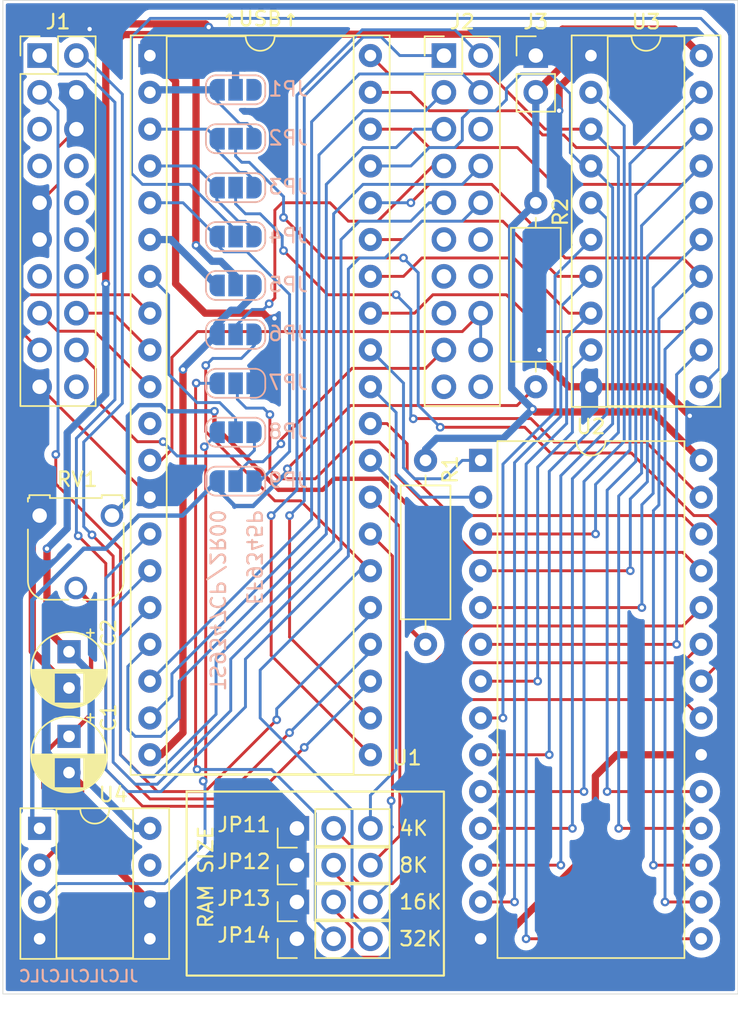
<source format=kicad_pcb>
(kicad_pcb (version 20240108) (generator "pcbnew") (generator_version "8.0")
  (layers (0 "F.Cu" signal) (31 "B.Cu" signal) (34 "B.Paste" user) (35 "F.Paste" user) (36 "B.SilkS" user "B.Silkscreen") (37 "F.SilkS" user "F.Silkscreen") (38 "B.Mask" user) (39 "F.Mask" user) (44 "Edge.Cuts" user))
  (net 0 "")
  (net 1 "/~{OE}|GNDY")
  (net 2 "/~{OE}")
  (net 3 "/~{WE}|~{OE}")
  (net 4 "/~{WE}")
  (net 5 "/~{ASM}|~{WE}")
  (net 6 "/~{ASM}")
  (net 7 "/HVS|~{ASM}")
  (net 8 "/EXT_HVS")
  (net 9 "/PC|+5V")
  (net 10 "Net-(U4A--)")
  (net 12 "/EXT_SIG3")
  (net 13 "/B|Y")
  (net 14 "/+5V|~{CS}")
  (net 15 "/~{CS}|AM14")
  (net 16 "GND")
  (net 17 "/EXT_SIG0")
  (net 18 "/EXT_SIG1")
  (net 19 "Net-(JP14-C)")
  (net 20 "+5V")
  (net 21 "Net-(JP8-B)")
  (net 22 "/VRAM_AM10")
  (net 24 "/VRAM_AM11")
  (net 25 "/EXT_CLK")
  (net 26 "Net-(JP11-B)")
  (net 27 "Net-(JP12-B)")
  (net 28 "/VRAM_AM12")
  (net 29 "Net-(JP13-B)")
  (net 30 "/VRAM_AM13")
  (net 31 "/EXT_SIG2")
  (net 32 "/VRAM_AM14")
  (net 33 "/VRAM_ADM2")
  (net 34 "/VRAM_ADM0")
  (net 35 "/VRAM_ADM4")
  (net 36 "/VRAM_ADM6")
  (net 37 "/VRAM_ADM5")
  (net 38 "/VRAM_AM9")
  (net 39 "/VRAM_AM8")
  (net 40 "/VRAM_ADM3")
  (net 41 "/VRAM_ADM1")
  (net 42 "/VRAM_ADM7")
  (net 43 "Net-(JP9-B)")
  (net 44 "Net-(R1-Pad2)")
  (net 46 "/EXT_~{CS}")
  (net 47 "/EXT_AD0")
  (net 48 "/EXT_AS")
  (net 49 "/EXT_AD1")
  (net 50 "/EXT_DS")
  (net 51 "/EXT_AD3")
  (net 52 "/EXT_AD4")
  (net 53 "/EXT_AD6")
  (net 54 "/EXT_AD7")
  (net 55 "/EXT_AD5")
  (net 56 "/EXT_AD2")
  (net 57 "/EXT_R~{W}")
  (net 74 "Net-(U2-A4)")
  (net 75 "Net-(U2-A3)")
  (net 76 "Net-(U2-A5)")
  (net 77 "Net-(U2-A6)")
  (net 78 "Net-(U2-A7)")
  (net 79 "Net-(U2-A0)")
  (net 80 "Net-(U2-A2)")
  (net 81 "Net-(U2-A1)")
  (footprint "Package_DIP:DIP-20_W7.62mm_Socket" (layer "F.Cu") (at 106.68 76.2)
    (property "Reference" "U3")
    (property "Value" "74LS373")
  )
  (footprint "Connector_PinHeader_2.54mm:PinHeader_2x10_P2.54mm_Vertical" (layer "F.Cu") (at 68.58 76.2)
    (property "Reference" "J1")
    (property "Value" "FX2-LEFT")
  )
  (footprint "Package_DIP:DIP-28_W15.24mm" (layer "F.Cu") (at 99.06 104.14)
    (property "Reference" "U2")
    (property "Value" "AS6C62256-55PCN")
  )
  (footprint "Package_DIP:DIP-40_W15.24mm_Socket" (layer "F.Cu") (at 76.2 76.2)
    (property "Reference" "U1")
    (property "Value" "EF9345P|TS9347CP/2R00")
  )
  (footprint "Connector_PinHeader_2.54mm:PinHeader_2x10_P2.54mm_Vertical" (layer "F.Cu") (at 96.52 76.2)
    (property "Reference" "J2")
    (property "Value" "FX2-RIGHT")
  )
  (footprint "Connector_PinHeader_2.54mm:PinHeader_1x03_P2.54mm_Vertical" (layer "F.Cu") (at 86.36 134.62 90)
    (property "Reference" "JP13")
    (property "Value" "Jumper_3_Open")
  )
  (footprint "Capacitor_THT:CP_Radial_D5.0mm_P2.50mm" (layer "F.Cu") (at 70.612 123.19 -90)
    (property "Reference" "C1")
    (property "Value" "10uF")
  )
  (footprint "Connector_PinHeader_2.54mm:PinHeader_1x03_P2.54mm_Vertical" (layer "F.Cu") (at 86.36 132.08 90)
    (property "Reference" "JP12")
    (property "Value" "Jumper_3_Open")
  )
  (footprint "Capacitor_THT:CP_Radial_D5.0mm_P2.50mm" (layer "F.Cu") (at 70.612 117.348 -90)
    (property "Reference" "C2")
    (property "Value" "10uF")
  )
  (footprint "Package_DIP:DIP-8_W7.62mm_Socket" (layer "F.Cu") (at 68.58 129.54)
    (property "Reference" "U4")
    (property "Value" "LM393")
  )
  (footprint "Connector_PinHeader_2.54mm:PinHeader_1x03_P2.54mm_Vertical" (layer "F.Cu") (at 86.36 129.54 90)
    (property "Reference" "JP11")
    (property "Value" "Jumper_3_Open")
  )
  (footprint "Connector_PinHeader_2.54mm:PinHeader_1x03_P2.54mm_Vertical" (layer "F.Cu") (at 86.36 137.16 90)
    (property "Reference" "JP14")
    (property "Value" "Jumper_3_Open")
  )
  (footprint "Resistor_THT:R_Axial_DIN0309_L9.0mm_D3.2mm_P12.70mm_Horizontal" (layer "F.Cu") (at 95.25 104.14 -90)
    (property "Reference" "R1")
    (property "Value" "220K")
  )
  (footprint "Resistor_THT:R_Axial_DIN0309_L9.0mm_D3.2mm_P12.70mm_Horizontal" (layer "F.Cu") (at 102.87 86.36 -90)
    (property "Reference" "R2")
    (property "Value" "4K7")
  )
  (footprint "Potentiometer_THT:Potentiometer_Runtron_RM-065_Vertical" (layer "F.Cu") (at 68.58 107.95)
    (property "Reference" "RV1")
    (property "Value" "200K trimmer")
  )
  (footprint "Connector_PinHeader_2.54mm:PinHeader_1x02_P2.54mm_Vertical" (layer "F.Cu") (at 102.87 76.2)
    (property "Reference" "J3")
    (property "Value" "POWER")
  )
  (footprint "ProjectFootprints:SelectorJumper" (layer "B.Cu") (at 82.123 95.444525 180)
    (property "Reference" "JP6")
    (property "Value" "SolderJumper_3_Open")
  )
  (footprint "ProjectFootprints:SelectorJumper" (layer "B.Cu") (at 82.123 85.31561 180)
    (property "Reference" "JP3")
    (property "Value" "SolderJumper_3_Open")
  )
  (footprint "ProjectFootprints:SelectorJumper" (layer "B.Cu") (at 82.123 102.197135 180)
    (property "Reference" "JP8")
    (property "Value" "SolderJumper_3_Open")
  )
  (footprint "ProjectFootprints:SelectorJumper" (layer "B.Cu") (at 82.123 81.939305 180)
    (property "Reference" "JP2")
    (property "Value" "SolderJumper_3_Open")
  )
  (footprint "ProjectFootprints:SelectorJumper" (layer "B.Cu") (at 82.123 98.82083 180)
    (property "Reference" "JP7")
    (property "Value" "SolderJumper_3_Open")
  )
  (footprint "ProjectFootprints:SelectorJumper" (layer "B.Cu") (at 82.123 92.06822 180)
    (property "Reference" "JP5")
    (property "Value" "SolderJumper_3_Open")
  )
  (footprint "ProjectFootprints:SelectorJumper" (layer "B.Cu") (at 82.123 105.57344 180)
    (property "Reference" "JP9")
    (property "Value" "SolderJumper_3_Open")
  )
  (footprint "ProjectFootprints:SelectorJumper" (layer "B.Cu") (at 82.123 88.691915 180)
    (property "Reference" "JP4")
    (property "Value" "SolderJumper_3_Open")
  )
  (footprint "ProjectFootprints:SelectorJumper" (layer "B.Cu") (at 82.123 78.563 180)
    (property "Reference" "JP1")
    (property "Value" "SolderJumper_3_Open")
  )
  (gr_rect (start 78.74 127) (end 96.52 139.7) (stroke (width 0.15)) (fill none) (layer "F.SilkS"))
  (gr_rect (start 66.04 72.39) (end 116.84 140.97) (stroke (width 0.05)) (fill none) (layer "Edge.Cuts"))
  (gr_text "TS9347CP/2R00" (at 80.264 107.442 270) (layer "B.SilkS") (effects (font (size 1 1) (thickness 0.153)) (justify right bottom mirror)))
  (gr_text "EF9345P" (at 82.804 107.442 270) (layer "B.SilkS") (effects (font (size 1 1) (thickness 0.153)) (justify right bottom mirror)))
  (gr_text "JLCJLCJLCJLC" (at 67.056 140.208 -0) (layer "B.SilkS") (effects (font (size 0.8 0.8) (thickness 0.153)) (justify right bottom mirror)))
  (gr_text "↑USB↑" (at 83.82 73.66 0) (layer "F.SilkS") (effects (font (size 1 1) (thickness 0.153))))
  (gr_text "32K" (at 93.345 137.16 0) (layer "F.SilkS") (effects (font (size 1 1) (thickness 0.153)) (justify left)))
  (gr_text "16K" (at 93.345 134.62 0) (layer "F.SilkS") (effects (font (size 1 1) (thickness 0.153)) (justify left)))
  (gr_text "8K" (at 93.345 132.08 0) (layer "F.SilkS") (effects (font (size 1 1) (thickness 0.153)) (justify left)))
  (gr_text "RAM SIZE" (at 80.645 136.525 90) (layer "F.SilkS") (effects (font (size 1 1) (thickness 0.153)) (justify left bottom)))
  (gr_text "4K" (at 93.345 129.54 0) (layer "F.SilkS") (effects (font (size 1 1) (thickness 0.153)) (justify left)))
  (segment (start 82.923 80.889305) (end 83.423 81.389305) (width 0.2) (layer "B.Cu") (net 1))
  (segment (start 83.423 81.389305) (end 83.423 81.939305) (width 0.2) (layer "B.Cu") (net 1))
  (segment (start 80.823 79.318) (end 82.394305 80.889305) (width 0.2) (layer "B.Cu") (net 1))
  (segment (start 80.823 78.563) (end 80.823 79.318) (width 0.2) (layer "B.Cu") (net 1))
  (segment (start 80.823 78.563) (end 76.377 78.563) (width 0.5) (layer "B.Cu") (net 1))
  (segment (start 76.377 78.563) (end 76.2 78.74) (width 0.5) (layer "B.Cu") (net 1))
  (segment (start 83.423 81.5942) (end 83.423 81.939305) (width 0.15) (layer "B.Cu") (net 1))
  (segment (start 82.394305 80.889305) (end 82.923 80.889305) (width 0.2) (layer "B.Cu") (net 1))
  (segment (start 109.474 103.632) (end 113.792 107.95) (width 0.2) (layer "F.Cu") (net 2))
  (segment (start 115.57 108.712) (end 115.57 118.11) (width 0.2) (layer "F.Cu") (net 2))
  (segment (start 85.436 87.376) (end 88.23 90.17) (width 0.2) (layer "F.Cu") (net 2))
  (segment (start 96.266 101.854) (end 102.108 101.854) (width 0.2) (layer "F.Cu") (net 2))
  (segment (start 88.23 90.17) (end 93.726 90.17) (width 0.2) (layer "F.Cu") (net 2))
  (segment (start 102.108 101.854) (end 103.886 103.632) (width 0.2) (layer "F.Cu") (net 2))
  (segment (start 114.808 107.95) (end 115.57 108.712) (width 0.2) (layer "F.Cu") (net 2))
  (segment (start 103.886 103.632) (end 109.474 103.632) (width 0.2) (layer "F.Cu") (net 2))
  (segment (start 113.792 107.95) (end 114.808 107.95) (width 0.2) (layer "F.Cu") (net 2))
  (segment (start 115.57 118.11) (end 114.3 119.38) (width 0.2) (layer "F.Cu") (net 2))
  (via (at 93.726 90.17) (size 0.6) (drill 0.3) (layers "F.Cu" "B.Cu") (net 2))
  (via (at 85.436 87.376) (size 0.6) (drill 0.3) (layers "F.Cu" "B.Cu") (net 2))
  (via (at 96.266 101.854) (size 0.6) (drill 0.3) (layers "F.Cu" "B.Cu") (net 2))
  (segment (start 85.436 85.934733) (end 85.436 87.376) (width 0.2) (layer "B.Cu") (net 2))
  (segment (start 82.123 81.939305) (end 82.123 83.139) (width 0.2) (layer "B.Cu") (net 2))
  (segment (start 82.55 83.566) (end 83.067267 83.566) (width 0.2) (layer "B.Cu") (net 2))
  (segment (start 96.266 101.854) (end 94.742 100.33) (width 0.2) (layer "B.Cu") (net 2))
  (segment (start 83.067267 83.566) (end 85.436 85.934733) (width 0.2) (layer "B.Cu") (net 2))
  (segment (start 94.742 100.33) (end 94.742 91.186) (width 0.2) (layer "B.Cu") (net 2))
  (segment (start 82.123 83.139) (end 82.55 83.566) (width 0.2) (layer "B.Cu") (net 2))
  (segment (start 94.742 91.186) (end 93.726 90.17) (width 0.2) (layer "B.Cu") (net 2))
  (segment (start 82.394305 84.26561) (end 82.84321 84.26561) (width 0.2) (layer "B.Cu") (net 3))
  (segment (start 80.823 81.939305) (end 80.823 82.694305) (width 0.2) (layer "B.Cu") (net 3))
  (segment (start 80.823 81.939305) (end 80.163695 81.28) (width 0.2) (layer "B.Cu") (net 3))
  (segment (start 83.423 84.8454) (end 83.423 85.31561) (width 0.2) (layer "B.Cu") (net 3))
  (segment (start 80.823 82.694305) (end 82.394305 84.26561) (width 0.2) (layer "B.Cu") (net 3))
  (segment (start 80.163695 81.28) (end 76.2 81.28) (width 0.2) (layer "B.Cu") (net 3))
  (segment (start 82.84321 84.26561) (end 83.423 84.8454) (width 0.2) (layer "B.Cu") (net 3))
  (segment (start 94.4022 101.2698) (end 94.418 101.254) (width 0.2) (layer "F.Cu") (net 4))
  (segment (start 93.218 92.71) (end 88.484 92.71) (width 0.2) (layer "F.Cu") (net 4))
  (segment (start 104.14 102.87) (end 110.49 102.87) (width 0.2) (layer "F.Cu") (net 4))
  (segment (start 110.49 102.87) (end 114.3 106.68) (width 0.2) (layer "F.Cu") (net 4))
  (segment (start 88.484 92.71) (end 85.436 89.662) (width 0.2) (layer "F.Cu") (net 4))
  (segment (start 94.418 101.254) (end 102.524 101.254) (width 0.2) (layer "F.Cu") (net 4))
  (segment (start 102.524 101.254) (end 104.14 102.87) (width 0.2) (layer "F.Cu") (net 4))
  (via (at 94.4022 101.2698) (size 0.6) (drill 0.3) (layers "F.Cu" "B.Cu") (net 4))
  (via (at 85.436 89.662) (size 0.6) (drill 0.3) (layers "F.Cu" "B.Cu") (net 4))
  (via (at 93.218 92.71) (size 0.6) (drill 0.3) (layers "F.Cu" "B.Cu") (net 4))
  (segment (start 85.344 88.646) (end 85.344 89.57) (width 0.2) (layer "B.Cu") (net 4))
  (segment (start 94.4022 101.2698) (end 94.234 101.1016) (width 0.2) (layer "B.Cu") (net 4))
  (segment (start 94.234 93.726) (end 93.218 92.71) (width 0.2) (layer "B.Cu") (net 4))
  (segment (start 82.123 86.441) (end 82.804 87.122) (width 0.2) (layer "B.Cu") (net 4))
  (segment (start 83.82 87.122) (end 85.344 88.646) (width 0.2) (layer "B.Cu") (net 4))
  (segment (start 85.344 89.57) (end 85.436 89.662) (width 0.2) (layer "B.Cu") (net 4))
  (segment (start 94.234 101.1016) (end 94.234 93.726) (width 0.2) (layer "B.Cu") (net 4))
  (segment (start 82.804 87.122) (end 83.82 87.122) (width 0.2) (layer "B.Cu") (net 4))
  (segment (start 82.123 85.31561) (end 82.123 86.441) (width 0.2) (layer "B.Cu") (net 4))
  (segment (start 80.823 85.31561) (end 79.32739 83.82) (width 0.2) (layer "B.Cu") (net 5))
  (segment (start 79.32739 83.82) (end 76.2 83.82) (width 0.2) (layer "B.Cu") (net 5))
  (segment (start 80.823 85.31561) (end 80.823 86.157) (width 0.2) (layer "B.Cu") (net 5))
  (segment (start 83.423 88.260915) (end 83.423 88.691915) (width 0.2) (layer "B.Cu") (net 5))
  (segment (start 82.307915 87.641915) (end 82.804 87.641915) (width 0.2) (layer "B.Cu") (net 5))
  (segment (start 82.804 87.641915) (end 83.423 88.260915) (width 0.2) (layer "B.Cu") (net 5))
  (segment (start 80.823 86.157) (end 82.307915 87.641915) (width 0.2) (layer "B.Cu") (net 5))
  (segment (start 74.93 74.93) (end 76.2254 73.6346) (width 0.2) (layer "B.Cu") (net 6))
  (segment (start 115.57 74.93) (end 115.57 97.79) (width 0.2) (layer "B.Cu") (net 6))
  (segment (start 115.57 97.79) (end 114.3 99.06) (width 0.2) (layer "B.Cu") (net 6))
  (segment (start 76.2254 73.6346) (end 114.2746 73.6346) (width 0.2) (layer "B.Cu") (net 6))
  (segment (start 82.123 88.691915) (end 82.123 88.260579) (width 0.2) (layer "B.Cu") (net 6))
  (segment (start 75.692 85.09) (end 74.93 84.328) (width 0.2) (layer "B.Cu") (net 6))
  (segment (start 82.123 88.260579) (end 78.952421 85.09) (width 0.2) (layer "B.Cu") (net 6))
  (segment (start 114.2746 73.6346) (end 115.57 74.93) (width 0.2) (layer "B.Cu") (net 6))
  (segment (start 78.952421 85.09) (end 75.692 85.09) (width 0.2) (layer "B.Cu") (net 6))
  (segment (start 74.93 84.328) (end 74.93 74.93) (width 0.2) (layer "B.Cu") (net 6))
  (segment (start 80.823 89.241915) (end 80.823 88.691915) (width 0.2) (layer "B.Cu") (net 7))
  (segment (start 81.328 89.746915) (end 80.823 89.241915) (width 0.2) (layer "B.Cu") (net 7))
  (segment (start 85.852 103.5304) (end 85.852 92.6846) (width 0.2) (layer "B.Cu") (net 7))
  (segment (start 80.823 88.691915) (end 78.491085 86.36) (width 0.2) (layer "B.Cu") (net 7))
  (segment (start 78.491085 86.36) (end 76.2 86.36) (width 0.2) (layer "B.Cu") (net 7))
  (segment (start 85.852 92.6846) (end 82.914315 89.746915) (width 0.2) (layer "B.Cu") (net 7))
  (segment (start 82.914315 89.746915) (end 81.328 89.746915) (width 0.2) (layer "B.Cu") (net 7))
  (segment (start 83.423 105.57344) (end 83.80896 105.57344) (width 0.2) (layer "B.Cu") (net 7))
  (segment (start 83.80896 105.57344) (end 85.852 103.5304) (width 0.2) (layer "B.Cu") (net 7))
  (segment (start 90.17 97.79) (end 95.25 97.79) (width 0.2) (layer "F.Cu") (net 8))
  (segment (start 85.252 102.708) (end 90.17 97.79) (width 0.2) (layer "F.Cu") (net 8))
  (segment (start 95.25 97.79) (end 96.52 96.52) (width 0.2) (layer "F.Cu") (net 8))
  (segment (start 85.252 102.997) (end 85.252 102.708) (width 0.2) (layer "F.Cu") (net 8))
  (via (at 85.252 102.997) (size 0.6) (drill 0.3) (layers "F.Cu" "B.Cu") (net 8))
  (segment (start 82.123 105.142104) (end 82.123 105.57344) (width 0.2) (layer "B.Cu") (net 8))
  (segment (start 85.252 102.997) (end 84.0138 104.2352) (width 0.2) (layer "B.Cu") (net 8))
  (segment (start 84.0138 104.2352) (end 83.029904 104.2352) (width 0.2) (layer "B.Cu") (net 8))
  (segment (start 83.029904 104.2352) (end 82.123 105.142104) (width 0.2) (layer "B.Cu") (net 8))
  (segment (start 80.823 92.06822) (end 77.65478 88.9) (width 0.5) (layer "B.Cu") (net 9))
  (segment (start 77.65478 88.9) (end 76.2 88.9) (width 0.5) (layer "B.Cu") (net 9))
  (segment (start 68.834 126.746) (end 68.834 124.46) (width 0.3) (layer "F.Cu") (net 10))
  (segment (start 70.104 123.19) (end 70.612 123.19) (width 0.3) (layer "F.Cu") (net 10))
  (segment (start 68.58 132.08) (end 70.104 130.556) (width 0.3) (layer "F.Cu") (net 10))
  (segment (start 72.136 114.006) (end 71.08 112.95) (width 0.3) (layer "F.Cu") (net 10))
  (segment (start 70.104 130.556) (end 70.104 128.016) (width 0.3) (layer "F.Cu") (net 10))
  (segment (start 70.104 128.016) (end 68.834 126.746) (width 0.3) (layer "F.Cu") (net 10))
  (segment (start 68.834 124.46) (end 70.104 123.19) (width 0.3) (layer "F.Cu") (net 10))
  (segment (start 72.136 121.666) (end 72.136 114.006) (width 0.3) (layer "F.Cu") (net 10))
  (segment (start 70.612 123.19) (end 72.136 121.666) (width 0.3) (layer "F.Cu") (net 10))
  (segment (start 72.4408 97.8408) (end 71.12 96.52) (width 0.2) (layer "F.Cu") (net 12))
  (segment (start 72.4408 99.949) (end 72.4408 97.8408) (width 0.2) (layer "F.Cu") (net 12))
  (segment (start 77.1144 102.852135) (end 75.343935 102.852135) (width 0.2) (layer "F.Cu") (net 12))
  (segment (start 75.343935 102.852135) (end 72.4408 99.949) (width 0.2) (layer "F.Cu") (net 12))
  (via (at 77.1144 102.852135) (size 0.6) (drill 0.3) (layers "F.Cu" "B.Cu") (net 12))
  (segment (start 83.0326 103.8352) (end 83.423 103.4448) (width 0.2) (layer "B.Cu") (net 12))
  (segment (start 77.1144 102.852135) (end 77.1144 102.87) (width 0.2) (layer "B.Cu") (net 12))
  (segment (start 78.0796 103.8352) (end 83.0326 103.8352) (width 0.2) (layer "B.Cu") (net 12))
  (segment (start 77.1144 102.87) (end 78.0796 103.8352) (width 0.2) (layer "B.Cu") (net 12))
  (segment (start 83.423 103.4448) (end 83.423 102.197135) (width 0.2) (layer "B.Cu") (net 12))
  (segment (start 81.028065 100.1522) (end 82.123 101.247135) (width 0.2) (layer "B.Cu") (net 13))
  (segment (start 79.4512 100.1522) (end 81.028065 100.1522) (width 0.2) (layer "B.Cu") (net 13))
  (segment (start 82.123 101.247135) (end 82.123 102.197135) (width 0.2) (layer "B.Cu") (net 13))
  (segment (start 77.4954 92.7354) (end 77.4954 98.1964) (width 0.2) (layer "B.Cu") (net 13))
  (segment (start 77.4954 98.1964) (end 79.4512 100.1522) (width 0.2) (layer "B.Cu") (net 13))
  (segment (start 76.2 91.44) (end 77.4954 92.7354) (width 0.2) (layer "B.Cu") (net 13))
  (segment (start 76.962 124.46) (end 76.2 124.46) (width 0.5) (layer "F.Cu") (net 14))
  (segment (start 78.486 122.936) (end 76.962 124.46) (width 0.5) (layer "F.Cu") (net 14))
  (segment (start 78.486 97.8662) (end 78.486 122.936) (width 0.5) (layer "F.Cu") (net 14))
  (via (at 78.486 97.8662) (size 0.6) (drill 0.3) (layers "F.Cu" "B.Cu") (net 14))
  (segment (start 78.486 97.781525) (end 80.823 95.444525) (width 0.5) (layer "B.Cu") (net 14))
  (segment (start 80.823 95.444525) (end 80.823 94.7672) (width 0.5) (layer "B.Cu") (net 14))
  (segment (start 78.486 97.8662) (end 78.486 97.781525) (width 0.5) (layer "B.Cu") (net 14))
  (segment (start 82.3214 93.7768) (end 83.423 92.6752) (width 0.5) (layer "B.Cu") (net 14))
  (segment (start 80.823 94.7672) (end 81.8134 93.7768) (width 0.5) (layer "B.Cu") (net 14))
  (segment (start 81.8134 93.7768) (end 82.3214 93.7768) (width 0.5) (layer "B.Cu") (net 14))
  (segment (start 83.423 92.6752) (end 83.423 92.06822) (width 0.5) (layer "B.Cu") (net 14))
  (segment (start 84.836 106.934) (end 86.614 106.934) (width 0.2) (layer "F.Cu") (net 15))
  (segment (start 80.0608 97.5868) (end 80.0608 102.1588) (width 0.2) (layer "F.Cu") (net 15))
  (segment (start 86.614 106.934) (end 91.44 111.76) (width 0.2) (layer "F.Cu") (net 15))
  (segment (start 80.0608 102.1588) (end 84.836 106.934) (width 0.2) (layer "F.Cu") (net 15))
  (via (at 80.0608 97.5868) (size 0.6) (drill 0.3) (layers "F.Cu" "B.Cu") (net 15))
  (segment (start 83.423 95.444525) (end 83.836725 95.444525) (width 0.2) (layer "B.Cu") (net 15))
  (segment (start 80.0608 97.5868) (end 80.5434 97.1042) (width 0.2) (layer "B.Cu") (net 15))
  (segment (start 80.5434 97.1042) (end 82.518325 97.1042) (width 0.2) (layer "B.Cu") (net 15))
  (segment (start 82.518325 97.1042) (end 83.423 96.199525) (width 0.2) (layer "B.Cu") (net 15))
  (segment (start 83.82 121.92) (end 90.17 128.27) (width 0.2) (layer "B.Cu") (net 15))
  (segment (start 90.678 111.76) (end 83.82 118.618) (width 0.2) (layer "B.Cu") (net 15))
  (segment (start 90.17 128.27) (end 90.17 135.89) (width 0.2) (layer "B.Cu") (net 15))
  (segment (start 91.44 111.76) (end 90.678 111.76) (width 0.2) (layer "B.Cu") (net 15))
  (segment (start 83.423 96.199525) (end 83.423 95.444525) (width 0.2) (layer "B.Cu") (net 15))
  (segment (start 90.17 135.89) (end 91.44 137.16) (width 0.2) (layer "B.Cu") (net 15))
  (segment (start 83.82 118.618) (end 83.82 121.92) (width 0.2) (layer "B.Cu") (net 15))
  (segment (start 69.85 82.55) (end 71.12 81.28) (width 0.2) (layer "F.Cu") (net 16))
  (segment (start 72.39 74.0156) (end 80.045 74.0156) (width 0.5) (layer "F.Cu") (net 16))
  (segment (start 106.9848 130.755861) (end 106.9848 125.9332) (width 0.5) (layer "F.Cu") (net 16))
  (segment (start 84.029339 93.98) (end 80.01 93.98) (width 0.5) (layer "F.Cu") (net 16))
  (segment (start 68.072 117.308) (end 70.612 119.848) (width 0.5) (layer "F.Cu") (net 16))
  (segment (start 72.0344 74.3712) (end 72.39 74.0156) (width 0.5) (layer "F.Cu") (net 16))
  (segment (start 84.8106 94.3356) (end 84.384939 94.3356) (width 0.5) (layer "F.Cu") (net 16))
  (segment (start 71.411999 129.831999) (end 76.2 134.62) (width 0.5) (layer "F.Cu") (net 16))
  (segment (start 103.124 97.028) (end 103.124 96.52) (width 0.5) (layer "F.Cu") (net 16))
  (segment (start 106.9848 125.9332) (end 108.458 124.46) (width 0.5) (layer "F.Cu") (net 16))
  (segment (start 70.612 125.69) (end 71.411999 126.489999) (width 0.5) (layer "F.Cu") (net 16))
  (segment (start 68.58 107.95) (end 68.072 108.458) (width 0.5) (layer "F.Cu") (net 16))
  (segment (start 68.58 86.36) (end 69.85 85.09) (width 0.2) (layer "F.Cu") (net 16))
  (segment (start 104.477735 78.402265) (end 106.68 76.2) (width 0.5) (layer "F.Cu") (net 16))
  (segment (start 108.458 124.46) (end 114.3 124.46) (width 0.5) (layer "F.Cu") (net 16))
  (segment (start 80.045 74.0156) (end 80.264 74.2346) (width 0.5) (layer "F.Cu") (net 16))
  (segment (start 77.978 77.978) (end 76.2 76.2) (width 0.5) (layer "F.Cu") (net 16))
  (segment (start 100.580661 137.16) (end 106.9848 130.755861) (width 0.5) (layer "F.Cu") (net 16))
  (segment (start 106.68 99.06) (end 105.156 99.06) (width 0.5) (layer "F.Cu") (net 16))
  (segment (start 68.58 99.06) (end 76.2 106.68) (width 0.2) (layer "F.Cu") (net 16))
  (segment (start 77.978 91.948) (end 77.978 77.978) (width 0.5) (layer "F.Cu") (net 16))
  (segment (start 69.85 85.09) (end 69.85 82.55) (width 0.2) (layer "F.Cu") (net 16))
  (segment (start 104.477735 80.002465) (end 104.477735 78.402265) (width 0.5) (layer "F.Cu") (net 16))
  (segment (start 71.411999 126.489999) (end 71.411999 129.831999) (width 0.5) (layer "F.Cu") (net 16))
  (segment (start 68.58 107.95) (end 68.488 108.042) (width 0.5) (layer "F.Cu") (net 16))
  (segment (start 111.506 99.06) (end 106.68 99.06) (width 0.5) (layer "F.Cu") (net 16))
  (segment (start 105.156 99.06) (end 103.124 97.028) (width 0.5) (layer "F.Cu") (net 16))
  (segment (start 68.072 108.458) (end 68.072 117.308) (width 0.5) (layer "F.Cu") (net 16))
  (segment (start 84.384939 94.3356) (end 84.029339 93.98) (width 0.5) (layer "F.Cu") (net 16))
  (segment (start 113.5126 101.0666) (end 111.506 99.06) (width 0.5) (layer "F.Cu") (net 16))
  (segment (start 99.06 137.16) (end 100.580661 137.16) (width 0.5) (layer "F.Cu") (net 16))
  (segment (start 80.01 93.98) (end 77.978 91.948) (width 0.5) (layer "F.Cu") (net 16))
  (via (at 72.0344 74.3712) (size 0.6) (drill 0.3) (layers "F.Cu" "B.Cu") (net 16))
  (via (at 80.264 74.2346) (size 0.6) (drill 0.3) (layers "F.Cu" "B.Cu") (net 16))
  (via (at 103.124 96.52) (size 0.6) (drill 0.3) (layers "F.Cu" "B.Cu") (net 16))
  (via (at 113.5126 101.0666) (size 0.6) (drill 0.3) (layers "F.Cu" "B.Cu") (net 16))
  (via (at 84.8106 94.3356) (size 0.6) (drill 0.3) (layers "F.Cu" "B.Cu") (net 16))
  (via (at 104.477735 80.002465) (size 0.6) (drill 0.3) (layers "F.Cu" "B.Cu") (net 16))
  (segment (start 67.2084 97.6884) (end 67.2084 88.9) (width 0.5) (layer "B.Cu") (net 16))
  (segment (start 114.3 124.46) (end 115.6462 123.1138) (width 0.5) (layer "B.Cu") (net 16))
  (segment (start 70.064 125.69) (end 70.612 125.69) (width 0.5) (layer "B.Cu") (net 16))
  (segment (start 86.36 137.16) (end 86.36 129.54) (width 0.5) (layer "B.Cu") (net 16))
  (segment (start 87.884 138.684) (end 97.536 138.684) (width 0.5) (layer "B.Cu") (net 16))
  (segment (start 68.58 137.16) (end 86.36 137.16) (width 0.5) (layer "B.Cu") (net 16))
  (segment (start 68.58 99.06) (end 67.2084 97.6884) (width 0.5) (layer "B.Cu") (net 16))
  (segment (start 82.123 76.0936) (end 82.123 78.563) (width 0.5) (layer "B.Cu") (net 16))
  (segment (start 84.8106 94.3356) (end 84.8106 97.43323) (width 0.5) (layer "B.Cu") (net 16))
  (segment (start 70.612 119.848) (end 69.088 121.372) (width 0.5) (layer "B.Cu") (net 16))
  (segment (start 76.2 76.2) (end 81.788 76.2) (width 0.5) (layer "B.Cu") (net 16))
  (segment (start 72.0344 74.3712) (end 71.7296 74.676) (width 0.5) (layer "B.Cu") (net 16))
  (segment (start 71.7296 74.676) (end 67.7418 74.676) (width 0.5) (layer "B.Cu") (net 16))
  (segment (start 69.088 124.714) (end 70.064 125.69) (width 0.5) (layer "B.Cu") (net 16))
  (segment (start 97.536 138.684) (end 99.06 137.16) (width 0.5) (layer "B.Cu") (net 16))
  (segment (start 80.264 74.2346) (end 82.123 76.0936) (width 0.5) (layer "B.Cu") (net 16))
  (segment (start 68.58 86.36) (end 67.2084 86.36) (width 0.5) (layer "B.Cu") (net 16))
  (segment (start 115.6462 103.2002) (end 113.5126 101.0666) (width 0.5) (layer "B.Cu") (net 16))
  (segment (start 71.12 81.28) (end 71.12 78.74) (width 0.5) (layer "B.Cu") (net 16))
  (segment (start 104.477735 80.002465) (end 104.4448 80.0354) (width 0.5) (layer "B.Cu") (net 16))
  (segment (start 84.8106 97.43323) (end 83.423 98.82083) (width 0.5) (layer "B.Cu") (net 16))
  (segment (start 104.4448 80.0354) (end 104.4448 87.2998) (width 0.5) (layer "B.Cu") (net 16))
  (segment (start 86.36 137.16) (end 87.884 138.684) (width 0.5) (layer "B.Cu") (net 16))
  (segment (start 69.088 121.372) (end 69.088 124.714) (width 0.5) (layer "B.Cu") (net 16))
  (segment (start 115.6462 123.1138) (end 115.6462 103.2002) (width 0.5) (layer "B.Cu") (net 16))
  (segment (start 68.58 99.06) (end 68.58 107.95) (width 0.5) (layer "B.Cu") (net 16))
  (segment (start 67.2084 88.9) (end 67.2084 86.36) (width 0.5) (layer "B.Cu") (net 16))
  (segment (start 76.2 134.62) (end 76.2 137.16) (width 0.5) (layer "B.Cu") (net 16))
  (segment (start 68.58 107.188) (end 68.58 107.95) (width 0.2) (layer "B.Cu") (net 16))
  (segment (start 67.7418 74.676) (end 67.2084 75.2094) (width 0.5) (layer "B.Cu") (net 16))
  (segment (start 68.58 88.9) (end 67.2084 88.9) (width 0.5) (layer "B.Cu") (net 16))
  (segment (start 104.4448 87.2998) (end 103.124 88.6206) (width 0.5) (layer "B.Cu") (net 16))
  (segment (start 103.124 88.6206) (end 103.124 96.52) (width 0.5) (layer "B.Cu") (net 16))
  (segment (start 67.2084 75.2094) (end 67.2084 86.36) (width 0.5) (layer "B.Cu") (net 16))
  (segment (start 106.68 76.2) (end 102.87 76.2) (width 0.5) (layer "B.Cu") (net 16))
  (segment (start 72.3646 95.2246) (end 69.8246 95.2246) (width 0.2) (layer "F.Cu") (net 17))
  (segment (start 69.8246 95.2246) (end 68.58 93.98) (width 0.2) (layer "F.Cu") (net 17))
  (segment (start 76.2 99.06) (end 72.3646 95.2246) (width 0.2) (layer "F.Cu") (net 17))
  (segment (start 71.12 93.98) (end 73.66 93.98) (width 0.2) (layer "F.Cu") (net 18))
  (segment (start 76.2 96.52) (end 73.66 93.98) (width 0.2) (layer "F.Cu") (net 18))
  (segment (start 79.3592 125.3744) (end 79.4608 125.476) (width 0.2) (layer "F.Cu") (net 19))
  (segment (start 79.4004 98.806) (end 79.3592 98.8472) (width 0.2) (layer "F.Cu") (net 19))
  (segment (start 79.3592 98.8472) (end 79.3592 125.3744) (width 0.2) (layer "F.Cu") (net 19))
  (via (at 79.4608 125.476) (size 0.6) (drill 0.3) (layers "F.Cu" "B.Cu") (net 19))
  (via (at 79.4004 98.806) (size 0.6) (drill 0.3) (layers "F.Cu" "B.Cu") (net 19))
  (segment (start 80.823 98.82083) (end 79.41523 98.82083) (width 0.2) (layer "B.Cu") (net 19))
  (segment (start 87.63 128.51) (end 87.63 135.89) (width 0.2) (layer "B.Cu") (net 19))
  (segment (start 79.41523 98.82083) (end 79.4004 98.806) (width 0.2) (layer "B.Cu") (net 19))
  (segment (start 87.63 135.89) (end 88.9 137.16) (width 0.2) (layer "B.Cu") (net 19))
  (segment (start 79.4608 125.476) (end 84.596 125.476) (width 0.2) (layer "B.Cu") (net 19))
  (segment (start 84.596 125.476) (end 87.63 128.51) (width 0.2) (layer "B.Cu") (net 19))
  (segment (start 88.4174 75.3364) (end 77.8364 75.3364) (width 0.5) (layer "F.Cu") (net 20))
  (segment (start 73.152 75.946) (end 73.152 91.948) (width 0.5) (layer "F.Cu") (net 20))
  (segment (start 104.3686 74.7268) (end 89.027 74.7268) (width 0.5) (layer "F.Cu") (net 20))
  (segment (start 69.088 110.236) (end 69.088 115.824) (width 0.5) (layer "F.Cu") (net 20))
  (segment (start 69.088 115.824) (end 70.612 117.348) (width 0.5) (layer "F.Cu") (net 20))
  (segment (start 104.7242 74.3712) (end 104.3686 74.7268) (width 0.5) (layer "F.Cu") (net 20))
  (segment (start 95.25 104.14) (end 95.25 103.886) (width 0.5) (layer "F.Cu") (net 20))
  (segment (start 110.96 100.8) (end 114.3 104.14) (width 0.5) (layer "F.Cu") (net 20))
  (segment (start 102.642233 100.6) (end 102.842233 100.8) (width 0.5) (layer "F.Cu") (net 20))
  (segment (start 77.2522 74.7522) (end 74.3458 74.7522) (width 0.5) (layer "F.Cu") (net 20))
  (segment (start 104.7242 74.3712) (end 112.4712 74.3712) (width 0.5) (layer "F.Cu") (net 20))
  (segment (start 102.87 78.74) (end 104.7242 76.8858) (width 0.5) (layer "F.Cu") (net 20))
  (segment (start 89.027 74.7268) (end 88.4174 75.3364) (width 0.5) (layer "F.Cu") (net 20))
  (segment (start 79.3877 89.2937) (end 79.3877 75.3745) (width 0.5) (layer "F.Cu") (net 20))
  (segment (start 74.3458 74.7522) (end 73.152 75.946) (width 0.5) (layer "F.Cu") (net 20))
  (segment (start 104.7242 76.8858) (end 104.7242 74.3712) (width 0.5) (layer "F.Cu") (net 20))
  (segment (start 77.8364 75.3364) (end 77.2522 74.7522) (width 0.5) (layer "F.Cu") (net 20))
  (segment (start 102.842233 100.8) (end 110.96 100.8) (width 0.5) (layer "F.Cu") (net 20))
  (segment (start 112.4712 74.3712) (end 114.3 76.2) (width 0.5) (layer "F.Cu") (net 20))
  (via (at 73.152 91.948) (size 0.6) (drill 0.3) (layers "F.Cu" "B.Cu") (net 20))
  (via (at 102.642233 100.6) (size 0.6) (drill 0.3) (layers "F.Cu" "B.Cu") (net 20))
  (via (at 69.088 110.236) (size 0.6) (drill 0.3) (layers "F.Cu" "B.Cu") (net 20))
  (via (at 79.3877 89.2937) (size 0.6) (drill 0.3) (layers "F.Cu" "B.Cu") (net 20))
  (segment (start 73.152 99.568) (end 70.485 102.235) (width 0.5) (layer "B.Cu") (net 20))
  (segment (start 70.485 102.235) (end 70.485 108.839) (width 0.5) (layer "B.Cu") (net 20))
  (segment (start 100.626233 102.616) (end 96.012 102.616) (width 0.5) (layer "B.Cu") (net 20))
  (segment (start 72.136 126.492) (end 72.136 118.872) (width 0.5) (layer "B.Cu") (net 20))
  (segment (start 72.136 118.872) (end 70.612 117.348) (width 0.5) (layer "B.Cu") (net 20))
  (segment (start 102.642233 100.6) (end 100.626233 102.616) (width 0.5) (layer "B.Cu") (net 20))
  (segment (start 82.123 91.424752) (end 82.123 92.06822) (width 0.5) (layer "B.Cu") (net 20))
  (segment (start 101.2 88.03) (end 102.87 86.36) (width 0.5) (layer "B.Cu") (net 20))
  (segment (start 96.012 102.616) (end 95.25 103.378) (width 0.5) (layer "B.Cu") (net 20))
  (segment (start 95.25 103.378) (end 95.25 104.14) (width 0.5) (layer "B.Cu") (net 20))
  (segment (start 70.485 108.839) (end 69.088 110.236) (width 0.5) (layer "B.Cu") (net 20))
  (segment (start 80.4926 90.3986) (end 81.096848 90.3986) (width 0.5) (layer "B.Cu") (net 20))
  (segment (start 102.642233 100.6) (end 101.2 99.157767) (width 0.5) (layer "B.Cu") (net 20))
  (segment (start 101.2 99.157767) (end 101.2 88.03) (width 0.5) (layer "B.Cu") (net 20))
  (segment (start 79.3877 89.2937) (end 80.4926 90.3986) (width 0.5) (layer "B.Cu") (net 20))
  (segment (start 102.87 78.74) (end 102.87 86.36) (width 0.5) (layer "B.Cu") (net 20))
  (segment (start 73.152 91.948) (end 73.152 99.568) (width 0.5) (layer "B.Cu") (net 20))
  (segment (start 76.2 129.54) (end 75.184 129.54) (width 0.5) (layer "B.Cu") (net 20))
  (segment (start 75.184 129.54) (end 72.136 126.492) (width 0.5) (layer "B.Cu") (net 20))
  (segment (start 81.096848 90.3986) (end 82.123 91.424752) (width 0.5) (layer "B.Cu") (net 20))
  (segment (start 80.0608 103.3018) (end 79.9592 103.2002) (width 0.2) (layer "F.Cu") (net 21))
  (segment (start 79.885735 126.275735) (end 80.0608 126.10067) (width 0.2) (layer "F.Cu") (net 21))
  (segment (start 80.0608 126.10067) (end 80.0608 103.3018) (width 0.2) (layer "F.Cu") (net 21))
  (via (at 79.9592 103.2002) (size 0.6) (drill 0.3) (layers "F.Cu" "B.Cu") (net 21))
  (via (at 79.885735 126.275735) (size 0.6) (drill 0.3) (layers "F.Cu" "B.Cu") (net 21))
  (segment (start 80.01 126.4) (end 80.01 130.556) (width 0.2) (layer "B.Cu") (net 21))
  (segment (start 80.823 102.197135) (end 80.823 102.3364) (width 0.2) (layer "B.Cu") (net 21))
  (segment (start 80.01 130.556) (end 77.216 133.35) (width 0.2) (layer "B.Cu") (net 21))
  (segment (start 79.885735 126.275735) (end 80.01 126.4) (width 0.2) (layer "B.Cu") (net 21))
  (segment (start 69.85 133.35) (end 68.58 134.62) (width 0.2) (layer "B.Cu") (net 21))
  (segment (start 80.823 102.3364) (end 79.9592 103.2002) (width 0.2) (layer "B.Cu") (net 21))
  (segment (start 77.216 133.35) (end 69.85 133.35) (width 0.2) (layer "B.Cu") (net 21))
  (segment (start 97.028 107.95) (end 113.03 107.95) (width 0.2) (layer "F.Cu") (net 22))
  (segment (start 92.583 101.6) (end 93.98 102.997) (width 0.2) (layer "F.Cu") (net 22))
  (segment (start 113.03 107.95) (end 114.3 109.22) (width 0.2) (layer "F.Cu") (net 22))
  (segment (start 93.98 104.902) (end 97.028 107.95) (width 0.2) (layer "F.Cu") (net 22))
  (segment (start 91.44 101.6) (end 92.583 101.6) (width 0.2) (layer "F.Cu") (net 22))
  (segment (start 93.98 102.997) (end 93.98 104.902) (width 0.2) (layer "F.Cu") (net 22))
  (segment (start 90.17 130.81) (end 90.17 132.842) (width 0.2) (layer "F.Cu") (net 24))
  (segment (start 90.17 132.842) (end 90.678 133.35) (width 0.2) (layer "F.Cu") (net 24))
  (segment (start 88.9 129.54) (end 90.17 130.81) (width 0.2) (layer "F.Cu") (net 24))
  (segment (start 90.678 133.35) (end 92.964 133.35) (width 0.2) (layer "F.Cu") (net 24))
  (segment (start 94.742 131.572) (end 94.742 119.253) (width 0.2) (layer "F.Cu") (net 24))
  (segment (start 98.425 115.57) (end 113.03 115.57) (width 0.2) (layer "F.Cu") (net 24))
  (segment (start 94.742 119.253) (end 98.425 115.57) (width 0.2) (layer "F.Cu") (net 24))
  (segment (start 113.03 115.57) (end 114.3 114.3) (width 0.2) (layer "F.Cu") (net 24))
  (segment (start 92.964 133.35) (end 94.742 131.572) (width 0.2) (layer "F.Cu") (net 24))
  (segment (start 97.79 95.25) (end 99.06 93.98) (width 0.2) (layer "F.Cu") (net 25))
  (segment (start 77.724 97.028) (end 79.502 95.25) (width 0.2) (layer "F.Cu") (net 25))
  (segment (start 77.724 103.378) (end 77.724 97.028) (width 0.2) (layer "F.Cu") (net 25))
  (segment (start 76.962 104.14) (end 77.724 103.378) (width 0.2) (layer "F.Cu") (net 25))
  (segment (start 79.502 95.25) (end 97.79 95.25) (width 0.2) (layer "F.Cu") (net 25))
  (segment (start 76.2 104.14) (end 76.962 104.14) (width 0.2) (layer "F.Cu") (net 25))
  (segment (start 99.06 93.98) (end 99.06 96.52) (width 0.2) (layer "B.Cu") (net 25))
  (segment (start 93.218 125.476) (end 93.218 105.918) (width 0.2) (layer "B.Cu") (net 26))
  (segment (start 93.218 105.918) (end 91.44 104.14) (width 0.2) (layer "B.Cu") (net 26))
  (segment (start 91.44 129.54) (end 91.44 127.254) (width 0.2) (layer "B.Cu") (net 26))
  (segment (start 91.44 127.254) (end 93.218 125.476) (width 0.2) (layer "B.Cu") (net 26))
  (segment (start 93.472 130.048) (end 91.44 132.08) (width 0.2) (layer "F.Cu") (net 27))
  (segment (start 91.44 106.68) (end 93.472 108.712) (width 0.2) (layer "F.Cu") (net 27))
  (segment (start 93.472 108.712) (end 93.472 130.048) (width 0.2) (layer "F.Cu") (net 27))
  (segment (start 95.504 120.015) (end 95.504 133.35) (width 0.2) (layer "F.Cu") (net 28))
  (segment (start 97.409 118.11) (end 95.504 120.015) (width 0.2) (layer "F.Cu") (net 28))
  (segment (start 90.17 133.858) (end 88.9 132.588) (width 0.2) (layer "F.Cu") (net 28))
  (segment (start 90.17 135.382) (end 90.17 133.858) (width 0.2) (layer "F.Cu") (net 28))
  (segment (start 88.9 132.588) (end 88.9 132.08) (width 0.2) (layer "F.Cu") (net 28))
  (segment (start 114.3 116.84) (end 113.03 118.11) (width 0.2) (layer "F.Cu") (net 28))
  (segment (start 92.964 135.89) (end 90.678 135.89) (width 0.2) (layer "F.Cu") (net 28))
  (segment (start 90.678 135.89) (end 90.17 135.382) (width 0.2) (layer "F.Cu") (net 28))
  (segment (start 113.03 118.11) (end 97.409 118.11) (width 0.2) (layer "F.Cu") (net 28))
  (segment (start 95.504 133.35) (end 92.964 135.89) (width 0.2) (layer "F.Cu") (net 28))
  (segment (start 91.44 109.22) (end 92.964 110.744) (width 0.2) (layer "F.Cu") (net 29))
  (segment (start 92.964 110.744) (end 92.964 127.635) (width 0.2) (layer "F.Cu") (net 29))
  (via (at 92.872 127.635) (size 0.6) (drill 0.3) (layers "F.Cu" "B.Cu") (net 29))
  (segment (start 92.872 127.635) (end 92.872 133.188) (width 0.2) (layer "B.Cu") (net 29))
  (segment (start 92.964 129.448) (end 92.872 129.356) (width 0.2) (layer "B.Cu") (net 29))
  (segment (start 92.872 133.188) (end 91.44 134.62) (width 0.2) (layer "B.Cu") (net 29))
  (segment (start 113.03 120.65) (end 98.298 120.65) (width 0.2) (layer "F.Cu") (net 30))
  (segment (start 92.964 138.43) (end 90.678 138.43) (width 0.2) (layer "F.Cu") (net 30))
  (segment (start 96.266 122.682) (end 96.266 135.128) (width 0.2) (layer "F.Cu") (net 30))
  (segment (start 114.3 121.92) (end 113.03 120.65) (width 0.2) (layer "F.Cu") (net 30))
  (segment (start 90.17 136.398) (end 88.9 135.128) (width 0.2) (layer "F.Cu") (net 30))
  (segment (start 96.266 135.128) (end 92.964 138.43) (width 0.2) (layer "F.Cu") (net 30))
  (segment (start 88.9 135.128) (end 88.9 134.62) (width 0.2) (layer "F.Cu") (net 30))
  (segment (start 90.17 137.922) (end 90.17 136.398) (width 0.2) (layer "F.Cu") (net 30))
  (segment (start 98.298 120.65) (end 96.266 122.682) (width 0.2) (layer "F.Cu") (net 30))
  (segment (start 90.678 138.43) (end 90.17 137.922) (width 0.2) (layer "F.Cu") (net 30))
  (segment (start 67.818 92.71) (end 74.93 92.71) (width 0.2) (layer "F.Cu") (net 31))
  (segment (start 67.2846 93.2434) (end 67.818 92.71) (width 0.2) (layer "F.Cu") (net 31))
  (segment (start 68.58 96.52) (end 67.2846 95.2246) (width 0.2) (layer "F.Cu") (net 31))
  (segment (start 67.2846 95.2246) (end 67.2846 93.2434) (width 0.2) (layer "F.Cu") (net 31))
  (segment (start 74.93 92.71) (end 76.2 93.98) (width 0.2) (layer "F.Cu") (net 31))
  (segment (start 113.03 110.49) (end 114.3 111.76) (width 0.2) (layer "F.Cu") (net 32))
  (segment (start 93.218 104.0384) (end 93.218 105.156) (width 0.2) (layer "F.Cu") (net 32))
  (segment (start 90.17 102.87) (end 92.0496 102.87) (width 0.2) (layer "F.Cu") (net 32))
  (segment (start 85.09 105.41) (end 87.63 105.41) (width 0.2) (layer "F.Cu") (net 32))
  (segment (start 87.63 105.41) (end 90.17 102.87) (width 0.2) (layer "F.Cu") (net 32))
  (segment (start 98.552 110.49) (end 113.03 110.49) (width 0.2) (layer "F.Cu") (net 32))
  (segment (start 84.4931 100.9777) (end 84.4931 104.8131) (width 0.2) (layer "F.Cu") (net 32))
  (segment (start 92.0496 102.87) (end 93.218 104.0384) (width 0.2) (layer "F.Cu") (net 32))
  (segment (start 93.218 105.156) (end 98.552 110.49) (width 0.2) (layer "F.Cu") (net 32))
  (segment (start 84.4931 104.8131) (end 85.09 105.41) (width 0.2) (layer "F.Cu") (net 32))
  (via (at 84.4931 100.9777) (size 0.6) (drill 0.3) (layers "F.Cu" "B.Cu") (net 32))
  (segment (start 84.4931 100.9777) (end 84.0486 100.5332) (width 0.2) (layer "B.Cu") (net 32))
  (segment (start 82.123 99.252166) (end 82.123 98.82083) (width 0.2) (layer "B.Cu") (net 32))
  (segment (start 82.8548 100.5332) (end 82.2452 99.9236) (width 0.2) (layer "B.Cu") (net 32))
  (segment (start 84.0486 100.5332) (end 82.8548 100.5332) (width 0.2) (layer "B.Cu") (net 32))
  (segment (start 82.2452 99.9236) (end 82.2452 99.374366) (width 0.2) (layer "B.Cu") (net 32))
  (segment (start 82.2452 99.374366) (end 82.123 99.252166) (width 0.2) (layer "B.Cu") (net 32))
  (segment (start 95.504 82.55) (end 101.6 82.55) (width 0.2) (layer "F.Cu") (net 33))
  (segment (start 91.44 81.28) (end 94.234 81.28) (width 0.2) (layer "F.Cu") (net 33))
  (segment (start 101.6 82.55) (end 104.14 85.09) (width 0.2) (layer "F.Cu") (net 33))
  (segment (start 94.234 81.28) (end 95.504 82.55) (width 0.2) (layer "F.Cu") (net 33))
  (segment (start 104.14 85.09) (end 113.03 85.09) (width 0.2) (layer "F.Cu") (net 33))
  (segment (start 113.03 85.09) (end 114.3 83.82) (width 0.2) (layer "F.Cu") (net 33))
  (segment (start 114.3 129.54) (end 108.6 129.54) (width 0.2) (layer "F.Cu") (net 33))
  (via (at 108.6 129.54) (size 0.6) (drill 0.3) (layers "F.Cu" "B.Cu") (net 33))
  (segment (start 108.6 106.6) (end 108.6 129.27) (width 0.2) (layer "B.Cu") (net 33))
  (segment (start 114.3 83.82) (end 110.18 87.94) (width 0.2) (layer "B.Cu") (net 33))
  (segment (start 110.18 105.02) (end 108.6 106.6) (width 0.2) (layer "B.Cu") (net 33))
  (segment (start 108.6 129.27) (end 108.6 129.2) (width 0.2) (layer "B.Cu") (net 33))
  (segment (start 110.18 87.94) (end 110.18 105.02) (width 0.2) (layer "B.Cu") (net 33))
  (segment (start 99.695 77.47) (end 103.505 81.28) (width 0.2) (layer "F.Cu") (net 34))
  (segment (start 103.505 81.28) (end 106.68 81.28) (width 0.2) (layer "F.Cu") (net 34))
  (segment (start 99.06 129.54) (end 105.4 129.54) (width 0.2) (layer "F.Cu") (net 34))
  (segment (start 92.71 77.47) (end 99.695 77.47) (width 0.2) (layer "F.Cu") (net 34))
  (segment (start 91.44 76.2) (end 92.71 77.47) (width 0.2) (layer "F.Cu") (net 34))
  (via (at 105.4 129.54) (size 0.6) (drill 0.3) (layers "F.Cu" "B.Cu") (net 34))
  (segment (start 106.68 81.28) (end 107.28 81.28) (width 0.2) (layer "B.Cu") (net 34))
  (segment (start 106.68 81.28) (end 108.58 83.18) (width 0.2) (layer "B.Cu") (net 34))
  (segment (start 108.58 83.18) (end 108.58 102.22) (width 0.2) (layer "B.Cu") (net 34))
  (segment (start 108.58 102.22) (end 105.4 105.4) (width 0.2) (layer "B.Cu") (net 34))
  (segment (start 105.4 105.4) (end 105.4 129.2) (width 0.2) (layer "B.Cu") (net 34))
  (segment (start 114.3 132.08) (end 111 132.08) (width 0.2) (layer "F.Cu") (net 35))
  (segment (start 114.3 91.44) (end 113.03 90.17) (width 0.2) (layer "F.Cu") (net 35))
  (segment (start 95.504 85.09) (end 94.234 86.36) (width 0.2) (layer "F.Cu") (net 35))
  (segment (start 99.822 85.09) (end 95.504 85.09) (width 0.2) (layer "F.Cu") (net 35))
  (segment (start 113.03 90.17) (end 104.902 90.17) (width 0.2) (layer "F.Cu") (net 35))
  (segment (start 104.902 90.17) (end 99.822 85.09) (width 0.2) (layer "F.Cu") (net 35))
  (via (at 94.234 86.36) (size 0.6) (drill 0.3) (layers "F.Cu" "B.Cu") (net 35))
  (via (at 111 132.08) (size 0.6) (drill 0.3) (layers "F.Cu" "B.Cu") (net 35))
  (segment (start 111 107.6) (end 111 132.08) (width 0.2) (layer "B.Cu") (net 35))
  (segment (start 91.44 86.36) (end 94.234 86.36) (width 0.2) (layer "B.Cu") (net 35))
  (segment (start 114.3 91.44) (end 111.38 94.36) (width 0.2) (layer "B.Cu") (net 35))
  (segment (start 111.38 94.36) (end 111.38 107.22) (width 0.2) (layer "B.Cu") (net 35))
  (segment (start 111.38 107.22) (end 111 107.6) (width 0.2) (layer "B.Cu") (net 35))
  (segment (start 114.3 137.16) (end 102.2 137.16) (width 0.2) (layer "F.Cu") (net 36))
  (segment (start 101.346 90.17) (end 105.156 93.98) (width 0.2) (layer "F.Cu") (net 36))
  (segment (start 93.726 91.44) (end 94.996 90.17) (width 0.2) (layer "F.Cu") (net 36))
  (segment (start 91.44 91.44) (end 93.726 91.44) (width 0.2) (layer "F.Cu") (net 36))
  (segment (start 105.156 93.98) (end 106.68 93.98) (width 0.2) (layer "F.Cu") (net 36))
  (segment (start 94.996 90.17) (end 101.346 90.17) (width 0.2) (layer "F.Cu") (net 36))
  (via (at 102.2 137.16) (size 0.6) (drill 0.3) (layers "F.Cu" "B.Cu") (net 36))
  (segment (start 102.2 104.4) (end 102.2 137) (width 0.2) (layer "B.Cu") (net 36))
  (segment (start 105 95.66) (end 105 101.6) (width 0.2) (layer "B.Cu") (net 36))
  (segment (start 105 101.6) (end 102.2 104.4) (width 0.2) (layer "B.Cu") (net 36))
  (segment (start 106.68 93.98) (end 105 95.66) (width 0.2) (layer "B.Cu") (net 36))
  (segment (start 100.584 87.63) (end 104.394 91.44) (width 0.2) (layer "F.Cu") (net 37))
  (segment (start 94.996 87.63) (end 100.584 87.63) (width 0.2) (layer "F.Cu") (net 37))
  (segment (start 91.44 88.9) (end 93.726 88.9) (width 0.2) (layer "F.Cu") (net 37))
  (segment (start 93.726 88.9) (end 94.996 87.63) (width 0.2) (layer "F.Cu") (net 37))
  (segment (start 104.394 91.44) (end 106.68 91.44) (width 0.2) (layer "F.Cu") (net 37))
  (segment (start 99.06 134.62) (end 101.4 134.62) (width 0.2) (layer "F.Cu") (net 37))
  (via (at 101.4 134.62) (size 0.6) (drill 0.3) (layers "F.Cu" "B.Cu") (net 37))
  (segment (start 101.4 104.3) (end 101.4 134.6) (width 0.2) (layer "B.Cu") (net 37))
  (segment (start 104.6 93.52) (end 104.6 101.1) (width 0.2) (layer "B.Cu") (net 37))
  (segment (start 104.6 101.1) (end 101.4 104.3) (width 0.2) (layer "B.Cu") (net 37))
  (segment (start 106.68 91.44) (end 104.6 93.52) (width 0.2) (layer "B.Cu") (net 37))
  (segment (start 91.44 99.06) (end 93.218 100.838) (width 0.2) (layer "B.Cu") (net 38))
  (segment (start 93.218 100.838) (end 93.218 105.029) (width 0.2) (layer "B.Cu") (net 38))
  (segment (start 93.218 105.029) (end 94.869 106.68) (width 0.2) (layer "B.Cu") (net 38))
  (segment (start 94.869 106.68) (end 99.06 106.68) (width 0.2) (layer "B.Cu") (net 38))
  (segment (start 96.52 105.41) (end 97.79 104.14) (width 0.2) (layer "B.Cu") (net 39))
  (segment (start 91.44 96.52) (end 93.726 98.806) (width 0.2) (layer "B.Cu") (net 39))
  (segment (start 93.726 98.806) (end 93.726 104.648) (width 0.2) (layer "B.Cu") (net 39))
  (segment (start 94.488 105.41) (end 96.52 105.41) (width 0.2) (layer "B.Cu") (net 39))
  (segment (start 93.726 104.648) (end 94.488 105.41) (width 0.2) (layer "B.Cu") (net 39))
  (segment (start 97.79 104.14) (end 99.06 104.14) (width 0.2) (layer "B.Cu") (net 39))
  (segment (start 99.06 132.08) (end 104.6 132.08) (width 0.2) (layer "F.Cu") (net 40))
  (via (at 104.6 132.08) (size 0.6) (drill 0.3) (layers "F.Cu" "B.Cu") (net 40))
  (segment (start 100.838 78.486) (end 101.854 77.47) (width 0.2) (layer "B.Cu") (net 40))
  (segment (start 101.854 77.47) (end 103.886 77.47) (width 0.2) (layer "B.Cu") (net 40))
  (segment (start 103.886 77.47) (end 105.2576 78.8416) (width 0.2) (layer "B.Cu") (net 40))
  (segment (start 105.2576 82.9056) (end 106.172 83.82) (width 0.2) (layer "B.Cu") (net 40))
  (segment (start 104.6 131.8) (end 104.6 105.2) (width 0.2) (layer "B.Cu") (net 40))
  (segment (start 98.298 80.01) (end 100.076 80.01) (width 0.2) (layer "B.Cu") (net 40))
  (segment (start 95.504 82.55) (end 97.282 82.55) (width 0.2) (layer "B.Cu") (net 40))
  (segment (start 108.18 85.32) (end 106.68 83.82) (width 0.2) (layer "B.Cu") (net 40))
  (segment (start 100.076 80.01) (end 100.838 79.248) (width 0.2) (layer "B.Cu") (net 40))
  (segment (start 97.79 80.518) (end 98.298 80.01) (width 0.2) (layer "B.Cu") (net 40))
  (segment (start 91.44 83.82) (end 94.234 83.82) (width 0.2) (layer "B.Cu") (net 40))
  (segment (start 104.6 105.2) (end 108.18 101.62) (width 0.2) (layer "B.Cu") (net 40))
  (segment (start 97.79 82.042) (end 97.79 80.518) (width 0.2) (layer "B.Cu") (net 40))
  (segment (start 106.172 83.82) (end 106.68 83.82) (width 0.2) (layer "B.Cu") (net 40))
  (segment (start 105.2576 78.8416) (end 105.2576 82.9056) (width 0.2) (layer "B.Cu") (net 40))
  (segment (start 94.234 83.82) (end 95.504 82.55) (width 0.2) (layer "B.Cu") (net 40))
  (segment (start 108.18 101.62) (end 108.18 85.32) (width 0.2) (layer "B.Cu") (net 40))
  (segment (start 100.838 79.248) (end 100.838 78.486) (width 0.2) (layer "B.Cu") (net 40))
  (segment (start 97.282 82.55) (end 97.79 82.042) (width 0.2) (layer "B.Cu") (net 40))
  (segment (start 113.03 82.55) (end 114.3 81.28) (width 0.2) (layer "F.Cu") (net 41))
  (segment (start 91.44 78.74) (end 94.234 78.74) (width 0.2) (layer "F.Cu") (net 41))
  (segment (start 105.664 82.55) (end 113.03 82.55) (width 0.2) (layer "F.Cu") (net 41))
  (segment (start 101.669314 80.01) (end 103.339314 81.68) (width 0.2) (layer "F.Cu") (net 41))
  (segment (start 94.234 78.74) (end 95.504 80.01) (width 0.2) (layer "F.Cu") (net 41))
  (segment (start 103.339314 81.68) (end 104.794 81.68) (width 0.2) (layer "F.Cu") (net 41))
  (segment (start 95.504 80.01) (end 101.669314 80.01) (width 0.2) (layer "F.Cu") (net 41))
  (segment (start 114.3 127) (end 107.8 127) (width 0.2) (layer "F.Cu") (net 41))
  (segment (start 104.794 81.68) (end 105.664 82.55) (width 0.2) (layer "F.Cu") (net 41))
  (via (at 107.8 127) (size 0.6) (drill 0.3) (layers "F.Cu" "B.Cu") (net 41))
  (segment (start 109.78 104.22) (end 107.8 106.2) (width 0.2) (layer "B.Cu") (net 41))
  (segment (start 114.3 81.28) (end 109.78 85.8) (width 0.2) (layer "B.Cu") (net 41))
  (segment (start 107.8 106.2) (end 107.8 126.8) (width 0.2) (layer "B.Cu") (net 41))
  (segment (start 109.78 85.8) (end 109.78 104.22) (width 0.2) (layer "B.Cu") (net 41))
  (segment (start 107.8 126.8) (end 107.8 127) (width 0.2) (layer "B.Cu") (net 41))
  (segment (start 95.758 92.71) (end 100.838 92.71) (width 0.2) (layer "F.Cu") (net 42))
  (segment (start 91.44 93.98) (end 94.488 93.98) (width 0.2) (layer "F.Cu") (net 42))
  (segment (start 103.378 95.25) (end 113.03 95.25) (width 0.2) (layer "F.Cu") (net 42))
  (segment (start 114.3 134.62) (end 111.8 134.62) (width 0.2) (layer "F.Cu") (net 42))
  (segment (start 113.03 95.25) (end 114.3 93.98) (width 0.2) (layer "F.Cu") (net 42))
  (segment (start 100.838 92.71) (end 103.378 95.25) (width 0.2) (layer "F.Cu") (net 42))
  (segment (start 94.488 93.98) (end 95.758 92.71) (width 0.2) (layer "F.Cu") (net 42))
  (via (at 111.8 134.62) (size 0.6) (drill 0.3) (layers "F.Cu" "B.Cu") (net 42))
  (segment (start 111.8 134.42) (end 111.8 134.4) (width 0.2) (layer "B.Cu") (net 42))
  (segment (start 114.3 93.98) (end 111.8 96.48) (width 0.2) (layer "B.Cu") (net 42))
  (segment (start 111.8 96.48) (end 111.8 134.42) (width 0.2) (layer "B.Cu") (net 42))
  (segment (start 101.5746 100.3554) (end 102.87 99.06) (width 0.2) (layer "F.Cu") (net 43))
  (segment (start 85.6996 104.7242) (end 90.0684 100.3554) (width 0.2) (layer "F.Cu") (net 43))
  (segment (start 90.0684 100.3554) (end 101.5746 100.3554) (width 0.2) (layer "F.Cu") (net 43))
  (segment (start 68.58 129.54) (end 69.1896 129.54) (width 0.2) (layer "F.Cu") (net 43))
  (via (at 85.6996 104.7242) (size 0.6) (drill 0.3) (layers "F.Cu" "B.Cu") (net 43))
  (segment (start 78.44644 107.95) (end 75.438 107.95) (width 0.3) (layer "B.Cu") (net 43))
  (segment (start 82.042 107.315) (end 82.0674 107.2896) (width 0.3) (layer "B.Cu") (net 43))
  (segment (start 83.3374 107.2896) (end 82.0928 107.2896) (width 0.3) (layer "B.Cu") (net 43))
  (segment (start 68.072 113.792) (end 68.072 129.032) (width 0.3) (layer "B.Cu") (net 43))
  (segment (start 82.0928 107.2896) (end 82.042 107.3404) (width 0.3) (layer "B.Cu") (net 43))
  (segment (start 82.0674 107.2896) (end 80.823 106.0452) (width 0.3) (layer "B.Cu") (net 43))
  (segment (start 75.438 107.95) (end 73.152 110.236) (width 0.3) (layer "B.Cu") (net 43))
  (segment (start 80.823 106.0452) (end 80.823 105.57344) (width 0.3) (layer "B.Cu") (net 43))
  (segment (start 80.823 105.57344) (end 78.44644 107.95) (width 0.3) (layer "B.Cu") (net 43))
  (segment (start 82.042 107.3404) (end 82.042 107.315) (width 0.3) (layer "B.Cu") (net 43))
  (segment (start 71.628 110.236) (end 68.072 113.792) (width 0.3) (layer "B.Cu") (net 43))
  (segment (start 68.072 129.032) (end 68.58 129.54) (width 0.3) (layer "B.Cu") (net 43))
  (segment (start 85.6996 104.9274) (end 83.3374 107.2896) (width 0.3) (layer "B.Cu") (net 43))
  (segment (start 85.6996 104.7242) (end 85.6996 104.9274) (width 0.3) (layer "B.Cu") (net 43))
  (segment (start 73.152 110.236) (end 71.628 110.236) (width 0.3) (layer "B.Cu") (net 43))
  (segment (start 93.98 107.188) (end 92.202 105.41) (width 0.3) (layer "F.Cu") (net 44))
  (segment (start 85.09 106.172) (end 80.6608 101.7428) (width 0.3) (layer "F.Cu") (net 44))
  (segment (start 88.9 105.41) (end 88.138 106.172) (width 0.3) (layer "F.Cu") (net 44))
  (segment (start 80.6608 101.7428) (end 80.6608 100.7522) (width 0.3) (layer "F.Cu") (net 44))
  (segment (start 88.138 106.172) (end 85.09 106.172) (width 0.3) (layer "F.Cu") (net 44))
  (segment (start 95.25 116.84) (end 93.98 115.57) (width 0.3) (layer "F.Cu") (net 44))
  (segment (start 92.202 105.41) (end 88.9 105.41) (width 0.3) (layer "F.Cu") (net 44))
  (segment (start 93.98 115.57) (end 93.98 107.188) (width 0.3) (layer "F.Cu") (net 44))
  (via (at 80.6608 100.7522) (size 0.6) (drill 0.3) (layers "F.Cu" "B.Cu") (net 44))
  (segment (start 77.3842 100.7522) (end 76.962 100.33) (width 0.3) (layer "B.Cu") (net 44))
  (segment (start 80.6608 100.7522) (end 77.3842 100.7522) (width 0.3) (layer "B.Cu") (net 44))
  (segment (start 74.676 101.092) (end 74.676 106.854) (width 0.3) (layer "B.Cu") (net 44))
  (segment (start 74.676 106.854) (end 73.58 107.95) (width 0.3) (layer "B.Cu") (net 44))
  (segment (start 75.438 100.33) (end 74.676 101.092) (width 0.3) (layer "B.Cu") (net 44))
  (segment (start 76.962 100.33) (end 75.438 100.33) (width 0.3) (layer "B.Cu") (net 44))
  (segment (start 88.646 86.36) (end 89.916 87.63) (width 0.2) (layer "F.Cu") (net 46))
  (segment (start 84.4423 93.3323) (end 84.836 92.9386) (width 0.2) (layer "F.Cu") (net 46))
  (segment (start 89.916 87.63) (end 91.948 87.63) (width 0.2) (layer "F.Cu") (net 46))
  (segment (start 91.948 87.63) (end 95.758 83.82) (width 0.2) (layer "F.Cu") (net 46))
  (segment (start 95.758 83.82) (end 96.52 83.82) (width 0.2) (layer "F.Cu") (net 46))
  (segment (start 85.344 86.36) (end 88.646 86.36) (width 0.2) (layer "F.Cu") (net 46))
  (segment (start 84.836 92.9386) (end 84.836 86.868) (width 0.2) (layer "F.Cu") (net 46))
  (segment (start 84.836 86.868) (end 85.344 86.36) (width 0.2) (layer "F.Cu") (net 46))
  (via (at 84.4423 93.3323) (size 0.6) (drill 0.3) (layers "F.Cu" "B.Cu") (net 46))
  (segment (start 84.4423 93.3323) (end 84.0486 93.726) (width 0.2) (layer "B.Cu") (net 46))
  (segment (start 83.2612 93.726) (end 82.123 94.8642) (width 0.2) (layer "B.Cu") (net 46))
  (segment (start 82.123 94.8642) (end 82.123 95.444525) (width 0.2) (layer "B.Cu") (net 46))
  (segment (start 84.0486 93.726) (end 83.2612 93.726) (width 0.2) (layer "B.Cu") (net 46))
  (segment (start 88.392 85.09) (end 90.932 82.55) (width 0.2) (layer "B.Cu") (net 47))
  (segment (start 74.676 122.682) (end 75.184 123.19) (width 0.2) (layer "B.Cu") (net 47))
  (segment (start 76.962 123.19) (end 78.232 121.92) (width 0.2) (layer "B.Cu") (net 47))
  (segment (start 75.184 123.19) (end 76.962 123.19) (width 0.2) (layer "B.Cu") (net 47))
  (segment (start 74.676 118.364) (end 74.676 122.682) (width 0.2) (layer "B.Cu") (net 47))
  (segment (start 76.2 116.84) (end 74.676 118.364) (width 0.2) (layer "B.Cu") (net 47))
  (segment (start 78.232 121.92) (end 78.232 119.38) (width 0.2) (layer "B.Cu") (net 47))
  (segment (start 90.932 82.55) (end 93.218 82.55) (width 0.2) (layer "B.Cu") (net 47))
  (segment (start 93.218 82.55) (end 94.488 81.28) (width 0.2) (layer "B.Cu") (net 47))
  (segment (start 88.392 109.22) (end 88.392 85.09) (width 0.2) (layer "B.Cu") (net 47))
  (segment (start 78.232 119.38) (end 88.392 109.22) (width 0.2) (layer "B.Cu") (net 47))
  (segment (start 94.488 81.28) (end 96.52 81.28) (width 0.2) (layer "B.Cu") (net 47))
  (segment (start 82.804 121.158) (end 82.804 117.856) (width 0.2) (layer "B.Cu") (net 48))
  (segment (start 76.962 127) (end 82.804 121.158) (width 0.2) (layer "B.Cu") (net 48))
  (segment (start 73.152 125.476) (end 74.676 127) (width 0.2) (layer "B.Cu") (net 48))
  (segment (start 90.678 90.17) (end 92.456 90.17) (width 0.2) (layer "B.Cu") (net 48))
  (segment (start 97.79 87.63) (end 99.06 86.36) (width 0.2) (layer "B.Cu") (net 48))
  (segment (start 74.676 127) (end 76.962 127) (width 0.2) (layer "B.Cu") (net 48))
  (segment (start 89.916 90.932) (end 90.678 90.17) (width 0.2) (layer "B.Cu") (net 48))
  (segment (start 82.804 117.856) (end 89.916 110.744) (width 0.2) (layer "B.Cu") (net 48))
  (segment (start 92.456 90.17) (end 94.996 87.63) (width 0.2) (layer "B.Cu") (net 48))
  (segment (start 94.996 87.63) (end 97.79 87.63) (width 0.2) (layer "B.Cu") (net 48))
  (segment (start 89.916 110.744) (end 89.916 90.932) (width 0.2) (layer "B.Cu") (net 48))
  (segment (start 76.2 109.22) (end 73.152 112.268) (width 0.2) (layer "B.Cu") (net 48))
  (segment (start 73.152 112.268) (end 73.152 125.476) (width 0.2) (layer "B.Cu") (net 48))
  (segment (start 90.678 77.47) (end 97.79 77.47) (width 0.2) (layer "B.Cu") (net 49))
  (segment (start 76.2 119.38) (end 87.376 108.204) (width 0.2) (layer "B.Cu") (net 49))
  (segment (start 97.79 77.47) (end 99.06 78.74) (width 0.2) (layer "B.Cu") (net 49))
  (segment (start 87.376 108.204) (end 87.376 80.772) (width 0.2) (layer "B.Cu") (net 49))
  (segment (start 87.376 80.772) (end 90.678 77.47) (width 0.2) (layer "B.Cu") (net 49))
  (segment (start 76.708 126.492) (end 75.184 126.492) (width 0.2) (layer "B.Cu") (net 50))
  (segment (start 89.408 110.236) (end 81.788 117.856) (width 0.2) (layer "B.Cu") (net 50))
  (segment (start 90.678 87.63) (end 89.408 88.9) (width 0.2) (layer "B.Cu") (net 50))
  (segment (start 96.52 86.36) (end 95.504 86.36) (width 0.2) (layer "B.Cu") (net 50))
  (segment (start 81.788 117.856) (end 81.788 121.412) (width 0.2) (layer "B.Cu") (net 50))
  (segment (start 95.504 86.36) (end 94.234 87.63) (width 0.2) (layer "B.Cu") (net 50))
  (segment (start 73.66 124.968) (end 73.66 114.3) (width 0.2) (layer "B.Cu") (net 50))
  (segment (start 89.408 88.9) (end 89.408 110.236) (width 0.2) (layer "B.Cu") (net 50))
  (segment (start 75.184 126.492) (end 73.66 124.968) (width 0.2) (layer "B.Cu") (net 50))
  (segment (start 94.234 87.63) (end 90.678 87.63) (width 0.2) (layer "B.Cu") (net 50))
  (segment (start 73.66 114.3) (end 76.2 111.76) (width 0.2) (layer "B.Cu") (net 50))
  (segment (start 81.788 121.412) (end 76.708 126.492) (width 0.2) (layer "B.Cu") (net 50))
  (segment (start 91.44 124.46) (end 84.582 117.602) (width 0.2) (layer "F.Cu") (net 51))
  (segment (start 84.582 117.602) (end 84.582 107.95) (width 0.2) (layer "F.Cu") (net 51))
  (via (at 84.582 107.95) (size 0.6) (drill 0.3) (layers "F.Cu" "B.Cu") (net 51))
  (segment (start 97.282 74.422) (end 99.06 76.2) (width 0.2) (layer "B.Cu") (net 51))
  (segment (start 84.582 107.95) (end 86.36 106.172) (width 0.2) (layer "B.Cu") (net 51))
  (segment (start 86.36 106.172) (end 86.36 78.936314) (width 0.2) (layer "B.Cu") (net 51))
  (segment (start 86.36 78.936314) (end 90.874314 74.422) (width 0.2) (layer "B.Cu") (net 51))
  (segment (start 90.874314 74.422) (end 97.282 74.422) (width 0.2) (layer "B.Cu") (net 51))
  (segment (start 85.852 116.332) (end 85.852 107.95) (width 0.2) (layer "F.Cu") (net 52))
  (segment (start 91.44 121.92) (end 85.852 116.332) (width 0.2) (layer "F.Cu") (net 52))
  (via (at 85.852 107.95) (size 0.6) (drill 0.3) (layers "F.Cu" "B.Cu") (net 52))
  (segment (start 86.868 81.28) (end 86.868 106.934) (width 0.2) (layer "B.Cu") (net 52))
  (segment (start 90.932 74.93) (end 86.868 78.994) (width 0.2) (layer "B.Cu") (net 52))
  (segment (start 93.472 76.2) (end 92.202 74.93) (width 0.2) (layer "B.Cu") (net 52))
  (segment (start 96.52 76.2) (end 93.472 76.2) (width 0.2) (layer "B.Cu") (net 52))
  (segment (start 92.202 74.93) (end 91.186 74.93) (width 0.2) (layer "B.Cu") (net 52))
  (segment (start 86.868 106.934) (end 85.852 107.95) (width 0.2) (layer "B.Cu") (net 52))
  (segment (start 86.868 78.994) (end 86.868 81.28) (width 0.2) (layer "B.Cu") (net 52))
  (segment (start 91.186 74.93) (end 90.932 74.93) (width 0.2) (layer "B.Cu") (net 52))
  (segment (start 81.28 127.508) (end 85.852 122.936) (width 0.2) (layer "F.Cu") (net 53))
  (segment (start 76.2 127.508) (end 81.28 127.508) (width 0.2) (layer "F.Cu") (net 53))
  (segment (start 73.66 124.968) (end 76.2 127.508) (width 0.2) (layer "F.Cu") (net 53))
  (segment (start 72.1995 109.2835) (end 73.66 110.744) (width 0.2) (layer "F.Cu") (net 53))
  (segment (start 73.66 110.744) (end 73.66 124.968) (width 0.2) (layer "F.Cu") (net 53))
  (via (at 72.1995 109.2835) (size 0.6) (drill 0.3) (layers "F.Cu" "B.Cu") (net 53))
  (via (at 85.852 122.936) (size 0.6) (drill 0.3) (layers "F.Cu" "B.Cu") (net 53))
  (segment (start 72.1995 109.2835) (end 71.628 108.712) (width 0.2) (layer "B.Cu") (net 53))
  (segment (start 71.628 102.87) (end 74.295 100.203) (width 0.2) (layer "B.Cu") (net 53))
  (segment (start 74.295 78.867) (end 71.628 76.2) (width 0.2) (layer "B.Cu") (net 53))
  (segment (start 71.628 108.712) (end 71.628 102.87) (width 0.2) (layer "B.Cu") (net 53))
  (segment (start 74.295 100.203) (end 74.295 78.867) (width 0.2) (layer "B.Cu") (net 53))
  (segment (start 71.628 76.2) (end 71.12 76.2) (width 0.2) (layer "B.Cu") (net 53))
  (segment (start 85.852 122.936) (end 91.44 117.348) (width 0.2) (layer "B.Cu") (net 53))
  (segment (start 91.44 117.348) (end 91.44 116.84) (width 0.2) (layer "B.Cu") (net 53))
  (segment (start 69.6976 103.7336) (end 69.6976 105.7656) (width 0.2) (layer "F.Cu") (net 54))
  (segment (start 69.6976 105.7656) (end 74.168 110.236) (width 0.2) (layer "F.Cu") (net 54))
  (segment (start 74.168 124.46) (end 76.708 127) (width 0.2) (layer "F.Cu") (net 54))
  (segment (start 80.01 127) (end 84.963 122.047) (width 0.2) (layer "F.Cu") (net 54))
  (segment (start 91.44 114.3) (end 91.44 114.894529) (width 0.2) (layer "F.Cu") (net 54))
  (segment (start 74.168 110.236) (end 74.168 124.46) (width 0.2) (layer "F.Cu") (net 54))
  (segment (start 76.708 127) (end 80.01 127) (width 0.2) (layer "F.Cu") (net 54))
  (via (at 69.6976 103.7336) (size 0.6) (drill 0.3) (layers "F.Cu" "B.Cu") (net 54))
  (via (at 84.963 122.047) (size 0.6) (drill 0.3) (layers "F.Cu" "B.Cu") (net 54))
  (segment (start 69.6976 103.7336) (end 69.85 103.5812) (width 0.2) (layer "B.Cu") (net 54))
  (segment (start 69.85 103.5812) (end 69.85 80.01) (width 0.2) (layer "B.Cu") (net 54))
  (segment (start 84.963 122.047) (end 84.963 121.285) (width 0.2) (layer "B.Cu") (net 54))
  (segment (start 69.85 80.01) (end 68.58 78.74) (width 0.2) (layer "B.Cu") (net 54))
  (segment (start 91.44 114.808) (end 91.44 114.3) (width 0.2) (layer "B.Cu") (net 54))
  (segment (start 84.963 121.285) (end 91.44 114.808) (width 0.2) (layer "B.Cu") (net 54))
  (segment (start 71.247 109.347) (end 73.152 111.252) (width 0.2) (layer "F.Cu") (net 55))
  (segment (start 75.692 128.016) (end 82.804 128.016) (width 0.2) (layer "F.Cu") (net 55))
  (segment (start 73.152 125.476) (end 75.692 128.016) (width 0.2) (layer "F.Cu") (net 55))
  (segment (start 82.804 128.016) (end 86.868 123.952) (width 0.2) (layer "F.Cu") (net 55))
  (segment (start 73.152 111.252) (end 73.152 125.476) (width 0.2) (layer "F.Cu") (net 55))
  (via (at 71.247 109.347) (size 0.6) (drill 0.3) (layers "F.Cu" "B.Cu") (net 55))
  (via (at 86.868 123.952) (size 0.6) (drill 0.3) (layers "F.Cu" "B.Cu") (net 55))
  (segment (start 71.12 109.22) (end 71.12 102.616) (width 0.2) (layer "B.Cu") (net 55))
  (segment (start 69.85 77.47) (end 68.58 76.2) (width 0.2) (layer "B.Cu") (net 55))
  (segment (start 73.787 79.432686) (end 71.824314 77.47) (width 0.2) (layer "B.Cu") (net 55))
  (segment (start 71.12 102.616) (end 73.787 99.949) (width 0.2) (layer "B.Cu") (net 55))
  (segment (start 71.824314 77.47) (end 69.85 77.47) (width 0.2) (layer "B.Cu") (net 55))
  (segment (start 73.787 99.949) (end 73.787 79.432686) (width 0.2) (layer "B.Cu") (net 55))
  (segment (start 71.247 109.347) (end 71.12 109.22) (width 0.2) (layer "B.Cu") (net 55))
  (segment (start 86.868 123.952) (end 91.44 119.38) (width 0.2) (layer "B.Cu") (net 55))
  (segment (start 76.2 121.92) (end 77.724 120.396) (width 0.2) (layer "B.Cu") (net 56))
  (segment (start 87.884 108.712) (end 77.724 118.872) (width 0.2) (layer "B.Cu") (net 56))
  (segment (start 95.25 80.01) (end 90.932 80.01) (width 0.2) (layer "B.Cu") (net 56))
  (segment (start 96.52 78.74) (end 95.25 80.01) (width 0.2) (layer "B.Cu") (net 56))
  (segment (start 77.724 120.396) (end 77.724 118.872) (width 0.2) (layer "B.Cu") (net 56))
  (segment (start 87.884 83.058) (end 87.884 108.712) (width 0.2) (layer "B.Cu") (net 56))
  (segment (start 90.932 80.01) (end 87.884 83.058) (width 0.2) (layer "B.Cu") (net 56))
  (segment (start 80.772 121.666) (end 80.772 117.856) (width 0.2) (layer "B.Cu") (net 57))
  (segment (start 80.772 117.856) (end 88.9 109.728) (width 0.2) (layer "B.Cu") (net 57))
  (segment (start 74.168 116.332) (end 74.168 124.475818) (width 0.2) (layer "B.Cu") (net 57))
  (segment (start 90.932 85.09) (end 97.79 85.09) (width 0.2) (layer "B.Cu") (net 57))
  (segment (start 76.2 114.3) (end 74.168 116.332) (width 0.2) (layer "B.Cu") (net 57))
  (segment (start 88.9 87.122) (end 90.932 85.09) (width 0.2) (layer "B.Cu") (net 57))
  (segment (start 88.9 109.728) (end 88.9 87.122) (width 0.2) (layer "B.Cu") (net 57))
  (segment (start 97.79 85.09) (end 99.06 83.82) (width 0.2) (layer "B.Cu") (net 57))
  (segment (start 76.454 125.984) (end 80.772 121.666) (width 0.2) (layer "B.Cu") (net 57))
  (segment (start 74.168 124.475818) (end 75.676182 125.984) (width 0.2) (layer "B.Cu") (net 57))
  (segment (start 75.676182 125.984) (end 76.454 125.984) (width 0.2) (layer "B.Cu") (net 57))
  (segment (start 99.06 116.84) (end 112.6 116.84) (width 0.2) (layer "F.Cu") (net 74))
  (via (at 112.6 116.84) (size 0.6) (drill 0.3) (layers "F.Cu" "B.Cu") (net 74))
  (segment (start 112.6 98.22) (end 112.6 116.64) (width 0.2) (layer "B.Cu") (net 74))
  (segment (start 112.6 116.64) (end 112.6 116.8) (width 0.2) (layer "B.Cu") (net 74))
  (segment (start 114.3 96.52) (end 112.6 98.22) (width 0.2) (layer "B.Cu") (net 74))
  (segment (start 99.06 119.38) (end 103 119.38) (width 0.2) (layer "F.Cu") (net 75))
  (via (at 103 119.38) (size 0.6) (drill 0.3) (layers "F.Cu" "B.Cu") (net 75))
  (segment (start 105.4 97.8) (end 105.4 102.2) (width 0.2) (layer "B.Cu") (net 75))
  (segment (start 103 119.18) (end 103 119.2) (width 0.2) (layer "B.Cu") (net 75))
  (segment (start 103 104.6) (end 103 119.18) (width 0.2) (layer "B.Cu") (net 75))
  (segment (start 106.68 96.52) (end 105.4 97.8) (width 0.2) (layer "B.Cu") (net 75))
  (segment (start 105.4 102.2) (end 103 104.6) (width 0.2) (layer "B.Cu") (net 75))
  (segment (start 99.06 114.3) (end 110.2 114.3) (width 0.2) (layer "F.Cu") (net 76))
  (via (at 110.2 114.3) (size 0.6) (drill 0.3) (layers "F.Cu" "B.Cu") (net 76))
  (segment (start 110.2 114.1) (end 110.2 114.2) (width 0.2) (layer "B.Cu") (net 76))
  (segment (start 110.2 107.2) (end 110.2 114.1) (width 0.2) (layer "B.Cu") (net 76))
  (segment (start 110.98 106.42) (end 110.2 107.2) (width 0.2) (layer "B.Cu") (net 76))
  (segment (start 110.98 92.22) (end 110.98 106.42) (width 0.2) (layer "B.Cu") (net 76))
  (segment (start 114.3 88.9) (end 110.98 92.22) (width 0.2) (layer "B.Cu") (net 76))
  (segment (start 99.06 111.76) (end 109.4 111.76) (width 0.2) (layer "F.Cu") (net 77))
  (via (at 109.4 111.76) (size 0.6) (drill 0.3) (layers "F.Cu" "B.Cu") (net 77))
  (segment (start 110.58 105.62) (end 109.4 106.8) (width 0.2) (layer "B.Cu") (net 77))
  (segment (start 110.58 90.08) (end 110.58 105.62) (width 0.2) (layer "B.Cu") (net 77))
  (segment (start 114.3 86.36) (end 110.58 90.08) (width 0.2) (layer "B.Cu") (net 77))
  (segment (start 109.4 106.8) (end 109.4 111.4) (width 0.2) (layer "B.Cu") (net 77))
  (segment (start 99.06 109.22) (end 107 109.22) (width 0.2) (layer "F.Cu") (net 78))
  (via (at 107 109.22) (size 0.6) (drill 0.3) (layers "F.Cu" "B.Cu") (net 78))
  (segment (start 109.38 103.42) (end 107 105.8) (width 0.2) (layer "B.Cu") (net 78))
  (segment (start 107 109.02) (end 107 109) (width 0.2) (layer "B.Cu") (net 78))
  (segment (start 114.3 78.74) (end 109.38 83.66) (width 0.2) (layer "B.Cu") (net 78))
  (segment (start 109.38 83.66) (end 109.38 103.42) (width 0.2) (layer "B.Cu") (net 78))
  (segment (start 107 105.8) (end 107 109.02) (width 0.2) (layer "B.Cu") (net 78))
  (segment (start 99.06 127) (end 106.2 127) (width 0.2) (layer "F.Cu") (net 79))
  (via (at 106.2 127) (size 0.6) (drill 0.3) (layers "F.Cu" "B.Cu") (net 79))
  (segment (start 108.98 102.82) (end 106.2 105.6) (width 0.2) (layer "B.Cu") (net 79))
  (segment (start 106.68 78.74) (end 108.98 81.04) (width 0.2) (layer "B.Cu") (net 79))
  (segment (start 108.98 81.04) (end 108.98 102.82) (width 0.2) (layer "B.Cu") (net 79))
  (segment (start 106.2 105.6) (end 106.2 126.8) (width 0.2) (layer "B.Cu") (net 79))
  (segment (start 99.06 121.92) (end 100.6 121.92) (width 0.2) (layer "F.Cu") (net 80))
  (via (at 100.6 121.92) (size 0.6) (drill 0.3) (layers "F.Cu" "B.Cu") (net 80))
  (segment (start 100.6 104.4) (end 100.6 121.8) (width 0.2) (layer "B.Cu") (net 80))
  (segment (start 106.68 88.9) (end 106.68 88.92) (width 0.2) (layer "B.Cu") (net 80))
  (segment (start 100.6 121.8) (end 100.6 122) (width 0.2) (layer "B.Cu") (net 80))
  (segment (start 104.2 100.8) (end 100.6 104.4) (width 0.2) (layer "B.Cu") (net 80))
  (segment (start 104.2 91.4) (end 104.2 100.8) (width 0.2) (layer "B.Cu") (net 80))
  (segment (start 106.68 88.92) (end 104.2 91.4) (width 0.2) (layer "B.Cu") (net 80))
  (segment (start 99.06 124.46) (end 103.8 124.46) (width 0.2) (layer "F.Cu") (net 81))
  (via (at 103.8 124.46) (size 0.6) (drill 0.3) (layers "F.Cu" "B.Cu") (net 81))
  (segment (start 107.78 100.92) (end 103.8 104.9) (width 0.2) (layer "B.Cu") (net 81))
  (segment (start 103.8 104.9) (end 103.8 124.4) (width 0.2) (layer "B.Cu") (net 81))
  (segment (start 106.68 86.36) (end 107.78 87.46) (width 0.2) (layer "B.Cu") (net 81))
  (segment (start 107.78 87.46) (end 107.78 100.92) (width 0.2) (layer "B.Cu") (net 81))
  (zone (net 16) (net_name "GND") (layer "B.Cu") (name "GNDPLANE") (connect_pads yes (clearance 0.5)) (min_thickness 0.25) (fill yes (thermal_gap 0.5) (thermal_bridge_width 0.5))
    (polygon (pts (xy 66.04 72.39) (xy 116.84 72.39) (xy 116.84 140.97) (xy 66.04 140.97)))
  )
)
</source>
